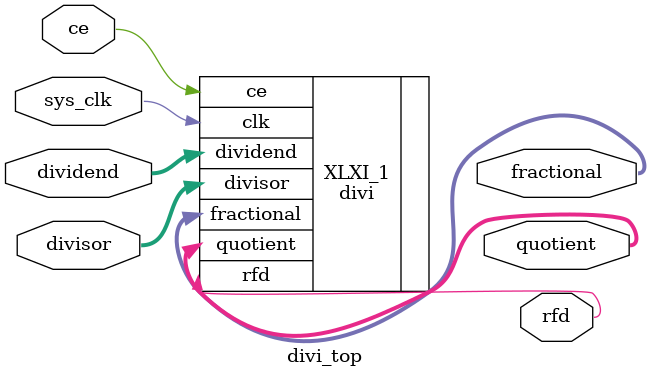
<source format=v>
`timescale 1ns / 1ps

module divi_top(ce, 
                dividend, 
                divisor, 
                sys_clk, 
                fractional, 
                quotient, 
                rfd);

    input ce;
    input [24:0] dividend;
    input [15:0] divisor;
    input sys_clk;
   output [15:0] fractional;
   output [24:0] quotient;
   output rfd;
//========================================================================\
// =========== Define Parameter and Internal signals =========== 
//========================================================================/

reg       [5:0]	delay_cnt=6'b0;

//=============================================================================
//**************    Main Code   **************
//=============================================================================
   
   divi  XLXI_1 (.ce(ce), 
                .clk(sys_clk), 
                .dividend(dividend[24:0]), 
                .divisor(divisor[15:0]), 
                .fractional(fractional[15:0]), 
                .quotient(quotient[24:0]), 
                .rfd(rfd));//data_ready
               
//
always    @(posedge sys_clk )begin
          if(ce)begin
			delay_cnt<=delay_cnt+1'b1;
		end


end
                
endmodule

</source>
